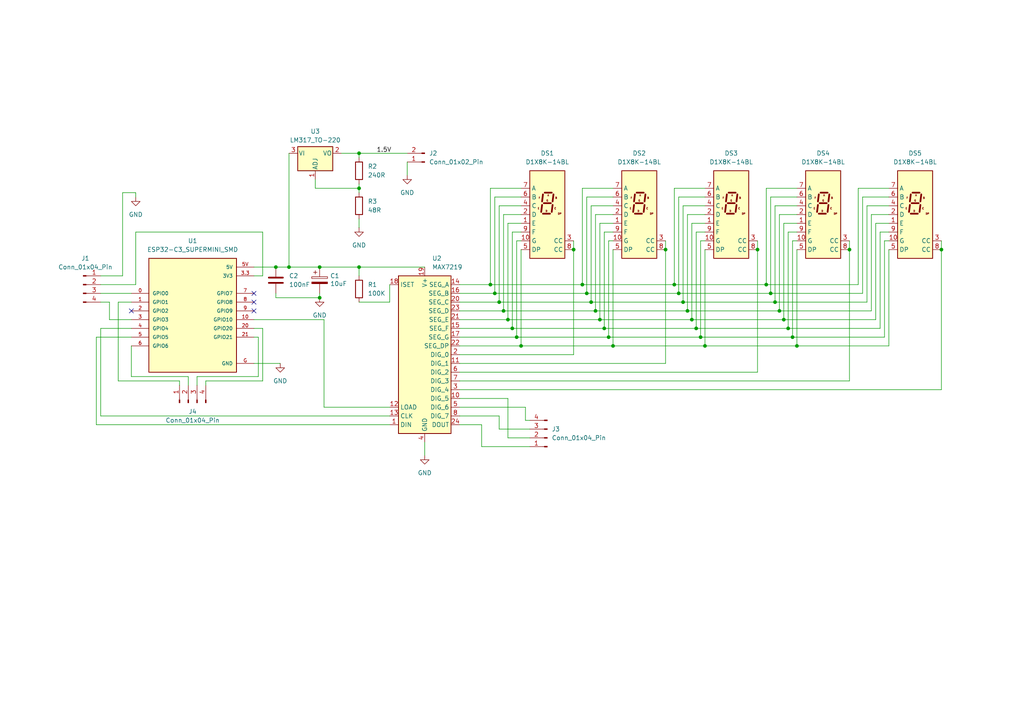
<source format=kicad_sch>
(kicad_sch (version 20250114) (generator "eeschema") (generator_version "9.0")
  (paper "A4")
  (lib_symbols
    (symbol "Connector:Conn_01x02_Pin" (pin_names (offset 1.016) (hide yes))
      (property "Reference" "J" (at 0 2.54 0))
      (property "Value" "Conn_01x02_Pin" (at 0 -5.08 0))
      (symbol "Conn_01x02_Pin_1_1"
        (rectangle (start 0.8636 0.127) (end 0 -0.127) (stroke (width 0.1524)) (fill (type outline)))
        (rectangle (start 0.8636 -2.413) (end 0 -2.667) (stroke (width 0.1524)) (fill (type outline)))
        (polyline (pts (xy 1.27 0) (xy 0.8636 0)) (stroke (width 0.1524)))
        (polyline (pts (xy 1.27 -2.54) (xy 0.8636 -2.54)) (stroke (width 0.1524)))
        (pin passive line (at 5.08 0 180) (length 3.81) (name "Pin_1") (number "1"))
        (pin passive line (at 5.08 -2.54 180) (length 3.81) (name "Pin_2") (number "2"))
      )
    )
    (symbol "Connector:Conn_01x04_Pin" (pin_names (offset 1.016) (hide yes))
      (property "Reference" "J" (at 0 5.08 0))
      (property "Value" "Conn_01x04_Pin" (at 0 -7.62 0))
      (symbol "Conn_01x04_Pin_1_1"
        (rectangle (start 0.8636 2.667) (end 0 2.413) (stroke (width 0.1524)) (fill (type outline)))
        (rectangle (start 0.8636 0.127) (end 0 -0.127) (stroke (width 0.1524)) (fill (type outline)))
        (rectangle (start 0.8636 -2.413) (end 0 -2.667) (stroke (width 0.1524)) (fill (type outline)))
        (rectangle (start 0.8636 -4.953) (end 0 -5.207) (stroke (width 0.1524)) (fill (type outline)))
        (polyline (pts (xy 1.27 2.54) (xy 0.8636 2.54)) (stroke (width 0.1524)))
        (polyline (pts (xy 1.27 0) (xy 0.8636 0)) (stroke (width 0.1524)))
        (polyline (pts (xy 1.27 -2.54) (xy 0.8636 -2.54)) (stroke (width 0.1524)))
        (polyline (pts (xy 1.27 -5.08) (xy 0.8636 -5.08)) (stroke (width 0.1524)))
        (pin passive line (at 5.08 2.54 180) (length 3.81) (name "Pin_1") (number "1"))
        (pin passive line (at 5.08 0 180) (length 3.81) (name "Pin_2") (number "2"))
        (pin passive line (at 5.08 -2.54 180) (length 3.81) (name "Pin_3") (number "3"))
        (pin passive line (at 5.08 -5.08 180) (length 3.81) (name "Pin_4") (number "4"))
      )
    )
    (symbol "Device:C" (pin_numbers (hide yes)) (pin_names (offset 0.254))
      (property "Reference" "C" (at 0.635 2.54 0))
      (property "Value" "C" (at 0.635 -2.54 0))
      (symbol "C_0_1"
        (polyline (pts (xy -2.032 0.762) (xy 2.032 0.762)) (stroke (width 0.508)))
        (polyline (pts (xy -2.032 -0.762) (xy 2.032 -0.762)) (stroke (width 0.508)))
      )
      (symbol "C_1_1"
        (pin passive line (at 0 3.81 270) (length 2.794) (name "~") (number "1"))
        (pin passive line (at 0 -3.81 90) (length 2.794) (name "~") (number "2"))
      )
    )
    (symbol "Device:C_Polarized" (pin_numbers (hide yes)) (pin_names (offset 0.254))
      (property "Reference" "C" (at 0.635 2.54 0))
      (property "Value" "C_Polarized" (at 0.635 -2.54 0))
      (symbol "C_Polarized_0_1"
        (rectangle (start -2.286 0.508) (end 2.286 1.016))
        (polyline (pts (xy -1.778 2.286) (xy -0.762 2.286)))
        (polyline (pts (xy -1.27 2.794) (xy -1.27 1.778)))
        (rectangle (start 2.286 -0.508) (end -2.286 -1.016) (fill (type outline)))
      )
      (symbol "C_Polarized_1_1"
        (pin passive line (at 0 3.81 270) (length 2.794) (name "~") (number "1"))
        (pin passive line (at 0 -3.81 90) (length 2.794) (name "~") (number "2"))
      )
    )
    (symbol "Device:R" (pin_numbers (hide yes)) (pin_names (offset 0))
      (property "Reference" "R" (at 2.032 0 90))
      (property "Value" "R" (at 0 0 90))
      (symbol "R_0_1"
        (rectangle (start -1.016 -2.54) (end 1.016 2.54) (stroke (width 0.254)))
      )
      (symbol "R_1_1"
        (pin passive line (at 0 3.81 270) (length 1.27) (name "~") (number "1"))
        (pin passive line (at 0 -3.81 90) (length 1.27) (name "~") (number "2"))
      )
    )
    (symbol "Display_Character:D1X8K-14BL"
      (property "Reference" "U" (at -2.54 13.97 0))
      (property "Value" "D1X8K-14BL" (at 1.27 13.97 0))
      (symbol "D1X8K-14BL_0_0"
        (text "E" (at -2.54 1.778 0) (effects (font (size 0.508 0.508))))
        (text "F" (at -2.286 4.826 0) (effects (font (size 0.508 0.508))))
        (text "D" (at -0.254 1.016 0) (effects (font (size 0.508 0.508))))
        (text "G" (at 0 4.064 0) (effects (font (size 0.508 0.508))))
        (text "A" (at 0.254 5.588 0) (effects (font (size 0.508 0.508))))
        (text "C" (at 2.286 1.778 0) (effects (font (size 0.508 0.508))))
        (text "B" (at 2.54 4.826 0) (effects (font (size 0.508 0.508))))
        (text "DP" (at 3.556 0.254 0) (effects (font (size 0.508 0.508))))
      )
      (symbol "D1X8K-14BL_0_1"
        (rectangle (start -5.08 12.7) (end 5.08 -12.7) (stroke (width 0.254)) (fill (type background)))
        (polyline (pts (xy -1.524 2.794) (xy -1.778 0.762)) (stroke (width 0.508)))
        (polyline (pts (xy -1.27 5.842) (xy -1.524 3.81)) (stroke (width 0.508)))
        (polyline (pts (xy -1.27 0.254) (xy 0.762 0.254)) (stroke (width 0.508)))
        (polyline (pts (xy -1.016 3.302) (xy 1.016 3.302)) (stroke (width 0.508)))
        (polyline (pts (xy -0.762 6.35) (xy 1.27 6.35)) (stroke (width 0.508)))
        (polyline (pts (xy 1.524 2.794) (xy 1.27 0.762)) (stroke (width 0.508)))
        (polyline (pts (xy 1.778 5.842) (xy 1.524 3.81)) (stroke (width 0.508)))
        (polyline (pts (xy 2.54 0.254) (xy 2.54 0.254)) (stroke (width 0.508)))
      )
      (symbol "D1X8K-14BL_1_1"
        (pin input line (at -7.62 7.62 0) (length 2.54) (name "A") (number "7"))
        (pin input line (at -7.62 5.08 0) (length 2.54) (name "B") (number "6"))
        (pin input line (at -7.62 2.54 0) (length 2.54) (name "C") (number "4"))
        (pin input line (at -7.62 0 0) (length 2.54) (name "D") (number "2"))
        (pin input line (at -7.62 -2.54 0) (length 2.54) (name "E") (number "1"))
        (pin input line (at -7.62 -5.08 0) (length 2.54) (name "F") (number "9"))
        (pin input line (at -7.62 -7.62 0) (length 2.54) (name "G") (number "10"))
        (pin input line (at -7.62 -10.16 0) (length 2.54) (name "DP") (number "5"))
        (pin input line (at 7.62 -7.62 180) (length 2.54) (name "CC") (number "3"))
        (pin input line (at 7.62 -10.16 180) (length 2.54) (name "CC") (number "8"))
      )
    )
    (symbol "Driver_LED:MAX7219"
      (property "Reference" "U" (at -6.35 24.13 0))
      (property "Value" "MAX7219" (at 1.27 25.4 0))
      (symbol "MAX7219_0_1"
        (rectangle (start -7.62 22.86) (end 7.62 -22.86) (stroke (width 0.254)) (fill (type background)))
      )
      (symbol "MAX7219_1_1"
        (pin input line (at -10.16 20.32 0) (length 2.54) (name "ISET") (number "18"))
        (pin input line (at -10.16 -15.24 0) (length 2.54) (name "LOAD") (number "12"))
        (pin input line (at -10.16 -17.78 0) (length 2.54) (name "CLK") (number "13"))
        (pin input line (at -10.16 -20.32 0) (length 2.54) (name "DIN") (number "1"))
        (pin power_in line (at 0 25.4 270) (length 2.54) (name "V+") (number "19"))
        (pin power_in line (at 0 -25.4 90) (length 2.54) (name "GND") (number "4"))
        (pin passive line (at 0 -25.4 90) (length 2.54) (hide yes) (name "GND") (number "9"))
        (pin output line (at 10.16 20.32 180) (length 2.54) (name "SEG_A") (number "14"))
        (pin output line (at 10.16 17.78 180) (length 2.54) (name "SEG_B") (number "16"))
        (pin output line (at 10.16 15.24 180) (length 2.54) (name "SEG_C") (number "20"))
        (pin output line (at 10.16 12.7 180) (length 2.54) (name "SEG_D") (number "23"))
        (pin output line (at 10.16 10.16 180) (length 2.54) (name "SEG_E") (number "21"))
        (pin output line (at 10.16 7.62 180) (length 2.54) (name "SEG_F") (number "15"))
        (pin output line (at 10.16 5.08 180) (length 2.54) (name "SEG_G") (number "17"))
        (pin output line (at 10.16 2.54 180) (length 2.54) (name "SEG_DP") (number "22"))
        (pin output line (at 10.16 0 180) (length 2.54) (name "DIG_0") (number "2"))
        (pin output line (at 10.16 -2.54 180) (length 2.54) (name "DIG_1") (number "11"))
        (pin output line (at 10.16 -5.08 180) (length 2.54) (name "DIG_2") (number "6"))
        (pin output line (at 10.16 -7.62 180) (length 2.54) (name "DIG_3") (number "7"))
        (pin output line (at 10.16 -10.16 180) (length 2.54) (name "DIG_4") (number "3"))
        (pin output line (at 10.16 -12.7 180) (length 2.54) (name "DIG_5") (number "10"))
        (pin output line (at 10.16 -15.24 180) (length 2.54) (name "DIG_6") (number "5"))
        (pin output line (at 10.16 -17.78 180) (length 2.54) (name "DIG_7") (number "8"))
        (pin output line (at 10.16 -20.32 180) (length 2.54) (name "DOUT") (number "24"))
      )
    )
    (symbol "ESP32-C3_SUPERMINI_SMD:ESP32-C3_SUPERMINI_SMD" (pin_names (offset 1.016))
      (property "Reference" "U" (at -12.7 16.002 0))
      (property "Value" "ESP32-C3_SUPERMINI_SMD" (at -12.7 -20.32 0))
      (symbol "ESP32-C3_SUPERMINI_SMD_0_0"
        (rectangle (start -12.7 -17.78) (end 12.7 15.24) (stroke (width 0.254)) (fill (type background)))
        (pin bidirectional line (at -17.78 5.08 0) (length 5.08) (name "GPIO0") (number "0"))
        (pin bidirectional line (at -17.78 2.54 0) (length 5.08) (name "GPIO1") (number "1"))
        (pin bidirectional line (at -17.78 0 0) (length 5.08) (name "GPIO2") (number "2"))
        (pin bidirectional line (at -17.78 -2.54 0) (length 5.08) (name "GPIO3") (number "3"))
        (pin bidirectional line (at -17.78 -5.08 0) (length 5.08) (name "GPIO4") (number "4"))
        (pin bidirectional line (at -17.78 -7.62 0) (length 5.08) (name "GPIO5") (number "5"))
        (pin bidirectional line (at -17.78 -10.16 0) (length 5.08) (name "GPIO6") (number "6"))
        (pin power_in line (at 17.78 12.7 180) (length 5.08) (name "5V") (number "5V"))
        (pin power_in line (at 17.78 10.16 180) (length 5.08) (name "3V3") (number "3.3"))
        (pin bidirectional line (at 17.78 5.08 180) (length 5.08) (name "GPIO7") (number "7"))
        (pin bidirectional line (at 17.78 2.54 180) (length 5.08) (name "GPIO8") (number "8"))
        (pin bidirectional line (at 17.78 0 180) (length 5.08) (name "GPIO9") (number "9"))
        (pin bidirectional line (at 17.78 -2.54 180) (length 5.08) (name "GPIO10") (number "10"))
        (pin bidirectional line (at 17.78 -5.08 180) (length 5.08) (name "GPIO20") (number "20"))
        (pin bidirectional line (at 17.78 -7.62 180) (length 5.08) (name "GPIO21") (number "21"))
        (pin power_in line (at 17.78 -15.24 180) (length 5.08) (name "GND") (number "G"))
      )
    )
    (symbol "Regulator_Linear:LM317_TO-220" (pin_names (offset 0.254))
      (property "Reference" "U" (at -3.81 3.175 0))
      (property "Value" "LM317_TO-220" (at 0 3.175 0))
      (symbol "LM317_TO-220_0_1"
        (rectangle (start -5.08 1.905) (end 5.08 -5.08) (stroke (width 0.254)) (fill (type background)))
      )
      (symbol "LM317_TO-220_1_1"
        (pin power_in line (at -7.62 0 0) (length 2.54) (name "VI") (number "3"))
        (pin input line (at 0 -7.62 90) (length 2.54) (name "ADJ") (number "1"))
        (pin power_out line (at 7.62 0 180) (length 2.54) (name "VO") (number "2"))
      )
    )
    (symbol "power:GND" (power) (pin_numbers (hide yes)) (pin_names (offset 0) (hide yes))
      (property "Value" "GND" (at 0 -3.81 0))
      (symbol "GND_0_1"
        (polyline (pts (xy 0 0) (xy 0 -1.27) (xy 1.27 -1.27) (xy 0 -2.54) (xy -1.27 -1.27) (xy 0 -1.27)))
      )
      (symbol "GND_1_1"
        (pin power_in line (at 0 0 270) (length 0) (name "~") (number "1"))
      )
    )
  )
  (junction (at 168.91 82.55))
  (junction (at 170.18 85.09))
  (junction (at 173.99 92.71))
  (junction (at 224.79 87.63))
  (junction (at 199.39 90.17))
  (junction (at 146.05 90.17))
  (junction (at 198.12 87.63))
  (junction (at 166.37 72.39))
  (junction (at 204.47 100.33))
  (junction (at 226.06 90.17))
  (junction (at 92.71 86.36))
  (junction (at 227.33 92.71))
  (junction (at 193.04 72.39))
  (junction (at 219.71 72.39))
  (junction (at 144.78 87.63))
  (junction (at 171.45 87.63))
  (junction (at 175.26 95.25))
  (junction (at 177.8 100.33))
  (junction (at 273.05 72.39))
  (junction (at 231.14 100.33))
  (junction (at 80.01 77.47))
  (junction (at 149.86 97.79))
  (junction (at 151.13 100.33))
  (junction (at 176.53 97.79))
  (junction (at 104.14 44.45))
  (junction (at 200.66 92.71))
  (junction (at 196.85 85.09))
  (junction (at 142.24 82.55))
  (junction (at 104.14 54.61))
  (junction (at 246.38 72.39))
  (junction (at 104.14 77.47))
  (junction (at 223.52 85.09))
  (junction (at 143.51 85.09))
  (junction (at 222.25 82.55))
  (junction (at 229.87 97.79))
  (junction (at 201.93 95.25))
  (junction (at 92.71 77.47))
  (junction (at 195.58 82.55))
  (junction (at 83.82 77.47))
  (junction (at 172.72 90.17))
  (junction (at 148.59 95.25))
  (junction (at 228.6 95.25))
  (junction (at 147.32 92.71))
  (junction (at 203.2 97.79))
  (no_connect (at 38.1 90.17))
  (no_connect (at 73.66 85.09))
  (no_connect (at 73.66 90.17))
  (no_connect (at 73.66 87.63))
  (wire (pts (xy 73.66 97.79) (xy 74.93 97.79)))
  (wire (pts (xy 204.47 54.61) (xy 195.58 54.61)))
  (wire (pts (xy 172.72 90.17) (xy 199.39 90.17)))
  (wire (pts (xy 231.14 100.33) (xy 257.81 100.33)))
  (wire (pts (xy 99.06 44.45) (xy 104.14 44.45)))
  (wire (pts (xy 203.2 69.85) (xy 203.2 97.79)))
  (wire (pts (xy 133.35 92.71) (xy 147.32 92.71)))
  (wire (pts (xy 201.93 67.31) (xy 204.47 67.31)))
  (wire (pts (xy 139.7 123.19) (xy 139.7 129.54)))
  (wire (pts (xy 196.85 57.15) (xy 204.47 57.15)))
  (wire (pts (xy 224.79 87.63) (xy 251.46 87.63)))
  (wire (pts (xy 223.52 85.09) (xy 250.19 85.09)))
  (wire (pts (xy 38.1 109.22) (xy 54.61 109.22)))
  (wire (pts (xy 147.32 127) (xy 147.32 115.57)))
  (wire (pts (xy 196.85 85.09) (xy 223.52 85.09)))
  (wire (pts (xy 170.18 85.09) (xy 170.18 57.15)))
  (wire (pts (xy 175.26 67.31) (xy 177.8 67.31)))
  (wire (pts (xy 133.35 107.95) (xy 219.71 107.95)))
  (wire (pts (xy 228.6 95.25) (xy 255.27 95.25)))
  (wire (pts (xy 199.39 90.17) (xy 199.39 62.23)))
  (wire (pts (xy 199.39 62.23) (xy 204.47 62.23)))
  (wire (pts (xy 231.14 54.61) (xy 222.25 54.61)))
  (wire (pts (xy 166.37 69.85) (xy 166.37 72.39)))
  (wire (pts (xy 246.38 110.49) (xy 246.38 72.39)))
  (wire (pts (xy 173.99 92.71) (xy 200.66 92.71)))
  (wire (pts (xy 104.14 77.47) (xy 123.19 77.47)))
  (wire (pts (xy 256.54 69.85) (xy 256.54 97.79)))
  (wire (pts (xy 229.87 69.85) (xy 231.14 69.85)))
  (wire (pts (xy 133.35 102.87) (xy 166.37 102.87)))
  (wire (pts (xy 193.04 72.39) (xy 193.04 105.41)))
  (wire (pts (xy 252.73 62.23) (xy 257.81 62.23)))
  (wire (pts (xy 223.52 57.15) (xy 231.14 57.15)))
  (wire (pts (xy 57.15 109.22) (xy 57.15 111.76)))
  (wire (pts (xy 168.91 54.61) (xy 168.91 82.55)))
  (wire (pts (xy 252.73 90.17) (xy 252.73 62.23)))
  (wire (pts (xy 104.14 77.47) (xy 104.14 80.01)))
  (wire (pts (xy 251.46 87.63) (xy 251.46 59.69)))
  (wire (pts (xy 93.98 118.11) (xy 113.03 118.11)))
  (wire (pts (xy 250.19 57.15) (xy 257.81 57.15)))
  (wire (pts (xy 146.05 62.23) (xy 151.13 62.23)))
  (wire (pts (xy 133.35 110.49) (xy 246.38 110.49)))
  (wire (pts (xy 257.81 72.39) (xy 257.81 100.33)))
  (wire (pts (xy 27.94 123.19) (xy 27.94 97.79)))
  (wire (pts (xy 248.92 82.55) (xy 222.25 82.55)))
  (wire (pts (xy 142.24 82.55) (xy 133.35 82.55)))
  (wire (pts (xy 146.05 90.17) (xy 146.05 62.23)))
  (wire (pts (xy 148.59 95.25) (xy 175.26 95.25)))
  (wire (pts (xy 29.21 80.01) (xy 35.56 80.01)))
  (wire (pts (xy 173.99 92.71) (xy 173.99 64.77)))
  (wire (pts (xy 201.93 95.25) (xy 228.6 95.25)))
  (wire (pts (xy 203.2 69.85) (xy 204.47 69.85)))
  (wire (pts (xy 74.93 109.22) (xy 57.15 109.22)))
  (wire (pts (xy 177.8 72.39) (xy 177.8 100.33)))
  (wire (pts (xy 92.71 85.09) (xy 92.71 86.36)))
  (wire (pts (xy 151.13 54.61) (xy 142.24 54.61)))
  (wire (pts (xy 231.14 72.39) (xy 231.14 100.33)))
  (wire (pts (xy 251.46 59.69) (xy 257.81 59.69)))
  (wire (pts (xy 29.21 82.55) (xy 39.37 82.55)))
  (wire (pts (xy 171.45 87.63) (xy 198.12 87.63)))
  (wire (pts (xy 255.27 67.31) (xy 257.81 67.31)))
  (wire (pts (xy 196.85 85.09) (xy 196.85 57.15)))
  (wire (pts (xy 35.56 55.88) (xy 39.37 55.88)))
  (wire (pts (xy 175.26 95.25) (xy 201.93 95.25)))
  (wire (pts (xy 27.94 97.79) (xy 38.1 97.79)))
  (wire (pts (xy 219.71 69.85) (xy 219.71 72.39)))
  (wire (pts (xy 257.81 54.61) (xy 248.92 54.61)))
  (wire (pts (xy 152.4 118.11) (xy 152.4 121.92)))
  (wire (pts (xy 153.67 124.46) (xy 144.78 124.46)))
  (wire (pts (xy 39.37 67.31) (xy 39.37 82.55)))
  (wire (pts (xy 104.14 45.72) (xy 104.14 44.45)))
  (wire (pts (xy 224.79 59.69) (xy 231.14 59.69)))
  (wire (pts (xy 113.03 87.63) (xy 113.03 82.55)))
  (wire (pts (xy 38.1 100.33) (xy 38.1 109.22)))
  (wire (pts (xy 151.13 100.33) (xy 177.8 100.33)))
  (wire (pts (xy 172.72 62.23) (xy 177.8 62.23)))
  (wire (pts (xy 139.7 129.54) (xy 153.67 129.54)))
  (wire (pts (xy 254 64.77) (xy 257.81 64.77)))
  (wire (pts (xy 148.59 95.25) (xy 148.59 67.31)))
  (wire (pts (xy 133.35 90.17) (xy 146.05 90.17)))
  (wire (pts (xy 31.75 92.71) (xy 31.75 87.63)))
  (wire (pts (xy 226.06 62.23) (xy 231.14 62.23)))
  (wire (pts (xy 175.26 95.25) (xy 175.26 67.31)))
  (wire (pts (xy 73.66 77.47) (xy 80.01 77.47)))
  (wire (pts (xy 104.14 53.34) (xy 104.14 54.61)))
  (wire (pts (xy 168.91 82.55) (xy 142.24 82.55)))
  (wire (pts (xy 133.35 118.11) (xy 152.4 118.11)))
  (wire (pts (xy 143.51 85.09) (xy 143.51 57.15)))
  (wire (pts (xy 76.2 80.01) (xy 76.2 67.31)))
  (wire (pts (xy 151.13 72.39) (xy 151.13 100.33)))
  (wire (pts (xy 229.87 69.85) (xy 229.87 97.79)))
  (wire (pts (xy 248.92 54.61) (xy 248.92 82.55)))
  (wire (pts (xy 133.35 100.33) (xy 151.13 100.33)))
  (wire (pts (xy 256.54 69.85) (xy 257.81 69.85)))
  (wire (pts (xy 73.66 80.01) (xy 76.2 80.01)))
  (wire (pts (xy 166.37 72.39) (xy 166.37 102.87)))
  (wire (pts (xy 93.98 92.71) (xy 93.98 118.11)))
  (wire (pts (xy 228.6 95.25) (xy 228.6 67.31)))
  (wire (pts (xy 149.86 97.79) (xy 176.53 97.79)))
  (wire (pts (xy 222.25 82.55) (xy 195.58 82.55)))
  (wire (pts (xy 144.78 59.69) (xy 151.13 59.69)))
  (wire (pts (xy 204.47 100.33) (xy 231.14 100.33)))
  (wire (pts (xy 80.01 85.09) (xy 80.01 86.36)))
  (wire (pts (xy 203.2 97.79) (xy 229.87 97.79)))
  (wire (pts (xy 250.19 85.09) (xy 250.19 57.15)))
  (wire (pts (xy 73.66 95.25) (xy 76.2 95.25)))
  (wire (pts (xy 74.93 97.79) (xy 74.93 109.22)))
  (wire (pts (xy 133.35 123.19) (xy 139.7 123.19)))
  (wire (pts (xy 153.67 127) (xy 147.32 127)))
  (wire (pts (xy 27.94 123.19) (xy 113.03 123.19)))
  (wire (pts (xy 177.8 54.61) (xy 168.91 54.61)))
  (wire (pts (xy 34.29 110.49) (xy 52.07 110.49)))
  (wire (pts (xy 133.35 85.09) (xy 143.51 85.09)))
  (wire (pts (xy 35.56 80.01) (xy 35.56 55.88)))
  (wire (pts (xy 201.93 95.25) (xy 201.93 67.31)))
  (wire (pts (xy 91.44 54.61) (xy 104.14 54.61)))
  (wire (pts (xy 273.05 69.85) (xy 273.05 72.39)))
  (wire (pts (xy 133.35 105.41) (xy 193.04 105.41)))
  (wire (pts (xy 144.78 87.63) (xy 171.45 87.63)))
  (wire (pts (xy 195.58 82.55) (xy 168.91 82.55)))
  (wire (pts (xy 38.1 92.71) (xy 31.75 92.71)))
  (wire (pts (xy 200.66 64.77) (xy 204.47 64.77)))
  (wire (pts (xy 149.86 69.85) (xy 151.13 69.85)))
  (wire (pts (xy 80.01 77.47) (xy 83.82 77.47)))
  (wire (pts (xy 227.33 92.71) (xy 227.33 64.77)))
  (wire (pts (xy 39.37 55.88) (xy 39.37 57.15)))
  (wire (pts (xy 144.78 124.46) (xy 144.78 120.65)))
  (wire (pts (xy 229.87 97.79) (xy 256.54 97.79)))
  (wire (pts (xy 193.04 69.85) (xy 193.04 72.39)))
  (wire (pts (xy 147.32 92.71) (xy 147.32 64.77)))
  (wire (pts (xy 152.4 121.92) (xy 153.67 121.92)))
  (wire (pts (xy 29.21 120.65) (xy 29.21 95.25)))
  (wire (pts (xy 227.33 92.71) (xy 254 92.71)))
  (wire (pts (xy 38.1 87.63) (xy 34.29 87.63)))
  (wire (pts (xy 104.14 63.5) (xy 104.14 66.04)))
  (wire (pts (xy 133.35 113.03) (xy 273.05 113.03)))
  (wire (pts (xy 176.53 97.79) (xy 203.2 97.79)))
  (wire (pts (xy 143.51 85.09) (xy 170.18 85.09)))
  (wire (pts (xy 149.86 69.85) (xy 149.86 97.79)))
  (wire (pts (xy 133.35 115.57) (xy 147.32 115.57)))
  (wire (pts (xy 226.06 90.17) (xy 226.06 62.23)))
  (wire (pts (xy 123.19 128.27) (xy 123.19 132.08)))
  (wire (pts (xy 83.82 44.45) (xy 83.82 77.47)))
  (wire (pts (xy 195.58 54.61) (xy 195.58 82.55)))
  (wire (pts (xy 171.45 87.63) (xy 171.45 59.69)))
  (wire (pts (xy 200.66 92.71) (xy 227.33 92.71)))
  (wire (pts (xy 227.33 64.77) (xy 231.14 64.77)))
  (wire (pts (xy 104.14 54.61) (xy 104.14 55.88)))
  (wire (pts (xy 198.12 87.63) (xy 224.79 87.63)))
  (wire (pts (xy 76.2 110.49) (xy 59.69 110.49)))
  (wire (pts (xy 198.12 59.69) (xy 204.47 59.69)))
  (wire (pts (xy 255.27 95.25) (xy 255.27 67.31)))
  (wire (pts (xy 219.71 72.39) (xy 219.71 107.95)))
  (wire (pts (xy 198.12 87.63) (xy 198.12 59.69)))
  (wire (pts (xy 83.82 77.47) (xy 92.71 77.47)))
  (wire (pts (xy 148.59 67.31) (xy 151.13 67.31)))
  (wire (pts (xy 177.8 100.33) (xy 204.47 100.33)))
  (wire (pts (xy 133.35 87.63) (xy 144.78 87.63)))
  (wire (pts (xy 34.29 87.63) (xy 34.29 110.49)))
  (wire (pts (xy 133.35 97.79) (xy 149.86 97.79)))
  (wire (pts (xy 170.18 57.15) (xy 177.8 57.15)))
  (wire (pts (xy 92.71 77.47) (xy 104.14 77.47)))
  (wire (pts (xy 76.2 95.25) (xy 76.2 110.49)))
  (wire (pts (xy 54.61 109.22) (xy 54.61 111.76)))
  (wire (pts (xy 147.32 92.71) (xy 173.99 92.71)))
  (wire (pts (xy 133.35 120.65) (xy 144.78 120.65)))
  (wire (pts (xy 91.44 54.61) (xy 91.44 52.07)))
  (wire (pts (xy 104.14 44.45) (xy 118.11 44.45)))
  (wire (pts (xy 200.66 92.71) (xy 200.66 64.77)))
  (wire (pts (xy 144.78 87.63) (xy 144.78 59.69)))
  (wire (pts (xy 222.25 54.61) (xy 222.25 82.55)))
  (wire (pts (xy 223.52 85.09) (xy 223.52 57.15)))
  (wire (pts (xy 224.79 87.63) (xy 224.79 59.69)))
  (wire (pts (xy 29.21 95.25) (xy 38.1 95.25)))
  (wire (pts (xy 52.07 110.49) (xy 52.07 111.76)))
  (wire (pts (xy 226.06 90.17) (xy 252.73 90.17)))
  (wire (pts (xy 73.66 92.71) (xy 93.98 92.71)))
  (wire (pts (xy 133.35 95.25) (xy 148.59 95.25)))
  (wire (pts (xy 254 92.71) (xy 254 64.77)))
  (wire (pts (xy 204.47 72.39) (xy 204.47 100.33)))
  (wire (pts (xy 147.32 64.77) (xy 151.13 64.77)))
  (wire (pts (xy 170.18 85.09) (xy 196.85 85.09)))
  (wire (pts (xy 246.38 69.85) (xy 246.38 72.39)))
  (wire (pts (xy 171.45 59.69) (xy 177.8 59.69)))
  (wire (pts (xy 173.99 64.77) (xy 177.8 64.77)))
  (wire (pts (xy 39.37 67.31) (xy 76.2 67.31)))
  (wire (pts (xy 80.01 86.36) (xy 92.71 86.36)))
  (wire (pts (xy 172.72 90.17) (xy 172.72 62.23)))
  (wire (pts (xy 176.53 69.85) (xy 176.53 97.79)))
  (wire (pts (xy 146.05 90.17) (xy 172.72 90.17)))
  (wire (pts (xy 142.24 54.61) (xy 142.24 82.55)))
  (wire (pts (xy 73.66 105.41) (xy 81.28 105.41)))
  (wire (pts (xy 31.75 87.63) (xy 29.21 87.63)))
  (wire (pts (xy 118.11 46.99) (xy 118.11 50.8)))
  (wire (pts (xy 273.05 113.03) (xy 273.05 72.39)))
  (wire (pts (xy 143.51 57.15) (xy 151.13 57.15)))
  (wire (pts (xy 29.21 85.09) (xy 38.1 85.09)))
  (wire (pts (xy 59.69 110.49) (xy 59.69 111.76)))
  (wire (pts (xy 176.53 69.85) (xy 177.8 69.85)))
  (wire (pts (xy 29.21 120.65) (xy 113.03 120.65)))
  (wire (pts (xy 199.39 90.17) (xy 226.06 90.17)))
  (wire (pts (xy 104.14 87.63) (xy 113.03 87.63)))
  (wire (pts (xy 228.6 67.31) (xy 231.14 67.31)))
  (label "1.5V" (at 109.22 44.45 0))
  (symbol (lib_id "power:GND") (at 81.28 105.41 0) (unit 1)
    (property "Reference" "#PWR01" (effects (hide yes)))
    (property "Value" "GND" (at 81.28 110.49 0))
    (property "Description" "Power symbol creates a global label with name \"GND\" , ground" (effects (hide yes)))
  )
  (symbol (lib_id "Connector:Conn_01x04_Pin") (at 158.75 127 180) (unit 1)
    (property "Reference" "J3" (at 160.02 124.4599 0) (effects (justify right)))
    (property "Value" "Conn_01x04_Pin" (at 160.02 126.9999 0) (effects (justify right)))
    (property "Footprint" "Connector_PinHeader_2.54mm:PinHeader_1x04_P2.54mm_Vertical" (effects (hide yes)))
    (property "Description" "Generic connector, single row, 01x04, script generated" (effects (hide yes)))
  )
  (symbol (lib_id "Display_Character:D1X8K-14BL") (at 265.43 62.23 0) (unit 1)
    (property "Reference" "DS5" (at 265.43 44.45 0))
    (property "Value" "D1X8K-14BL" (at 265.43 46.99 0))
    (property "Footprint" "hannes_library:1106AW_1inch_7_segment" (effects (hide yes)))
    (property "Datasheet" "https://ia800903.us.archive.org/24/items/CTKD1x8K/Cromatek%20D168K.pdf" (effects (hide yes)))
    (property "Description" "One digit 7 segment ultra bright blue LED, low current, common cathode" (effects (hide yes)))
  )
  (symbol (lib_id "power:GND") (at 104.14 66.04 0) (unit 1)
    (property "Reference" "#PWR03" (effects (hide yes)))
    (property "Value" "GND" (at 104.14 71.12 0))
    (property "Description" "Power symbol creates a global label with name \"GND\" , ground" (effects (hide yes)))
  )
  (symbol (lib_id "Driver_LED:MAX7219") (at 123.19 102.87 0) (unit 1)
    (property "Reference" "U2" (at 125.3333 74.93 0) (effects (justify left)))
    (property "Value" "MAX7219" (at 125.3333 77.47 0) (effects (justify left)))
    (property "Footprint" "Package_DIP:DIP-24_W7.62mm" (effects (hide yes)))
    (property "Datasheet" "https://datasheets.maximintegrated.com/en/ds/MAX7219-MAX7221.pdf" (effects (hide yes)))
    (property "Description" "8-Digit LED Display Driver" (effects (hide yes)))
  )
  (symbol (lib_id "Connector:Conn_01x02_Pin") (at 123.19 46.99 180) (unit 1)
    (property "Reference" "J2" (at 124.46 44.4499 0) (effects (justify right)))
    (property "Value" "Conn_01x02_Pin" (at 124.46 46.9899 0) (effects (justify right)))
    (property "Footprint" "Connector_PinHeader_2.54mm:PinHeader_1x02_P2.54mm_Vertical" (effects (hide yes)))
    (property "Description" "Generic connector, single row, 01x02, script generated" (effects (hide yes)))
  )
  (symbol (lib_id "Device:R") (at 104.14 83.82 0) (unit 1)
    (property "Reference" "R1" (at 106.68 82.5499 0) (effects (justify left)))
    (property "Value" "100K" (at 106.68 85.0899 0) (effects (justify left)))
    (property "Footprint" "Resistor_THT:R_Axial_DIN0207_L6.3mm_D2.5mm_P10.16mm_Horizontal" (effects (hide yes)))
    (property "Description" "Resistor" (effects (hide yes)))
  )
  (symbol (lib_id "Device:C_Polarized") (at 92.71 81.28 0) (unit 1)
    (property "Reference" "C1" (at 95.758 80.01 0) (effects (justify left)))
    (property "Value" "10uF" (at 95.758 82.296 0) (effects (justify left)))
    (property "Footprint" "Capacitor_THT:CP_Radial_D5.0mm_P2.50mm" (effects (hide yes)))
    (property "Description" "Polarized capacitor" (effects (hide yes)))
  )
  (symbol (lib_id "Device:C") (at 80.01 81.28 0) (unit 1)
    (property "Reference" "C2" (at 83.82 80.0099 0) (effects (justify left)))
    (property "Value" "100nF" (at 83.82 82.5499 0) (effects (justify left)))
    (property "Footprint" "Capacitor_THT:C_Disc_D3.0mm_W1.6mm_P2.50mm" (effects (hide yes)))
    (property "Description" "Unpolarized capacitor" (effects (hide yes)))
  )
  (symbol (lib_id "power:GND") (at 123.19 132.08 0) (unit 1)
    (property "Reference" "#PWR02" (effects (hide yes)))
    (property "Value" "GND" (at 123.19 137.16 0))
    (property "Description" "Power symbol creates a global label with name \"GND\" , ground" (effects (hide yes)))
  )
  (symbol (lib_id "Connector:Conn_01x04_Pin") (at 24.13 82.55 0) (unit 1)
    (property "Reference" "J1" (at 24.765 74.93 0))
    (property "Value" "Conn_01x04_Pin" (at 24.765 77.47 0))
    (property "Footprint" "Connector_PinHeader_2.54mm:PinHeader_1x04_P2.54mm_Vertical" (effects (hide yes)))
    (property "Description" "Generic connector, single row, 01x04, script generated" (effects (hide yes)))
  )
  (symbol (lib_id "Display_Character:D1X8K-14BL") (at 212.09 62.23 0) (unit 1)
    (property "Reference" "DS3" (at 212.09 44.45 0))
    (property "Value" "D1X8K-14BL" (at 212.09 46.99 0))
    (property "Footprint" "hannes_library:1106AW_1inch_7_segment" (effects (hide yes)))
    (property "Datasheet" "https://ia800903.us.archive.org/24/items/CTKD1x8K/Cromatek%20D168K.pdf" (effects (hide yes)))
    (property "Description" "One digit 7 segment ultra bright blue LED, low current, common cathode" (effects (hide yes)))
  )
  (symbol (lib_id "Regulator_Linear:LM317_TO-220") (at 91.44 44.45 0) (unit 1)
    (property "Reference" "U3" (at 91.44 38.1 0))
    (property "Value" "LM317_TO-220" (at 91.44 40.64 0))
    (property "Footprint" "Package_TO_SOT_THT:TO-220-3_Vertical" (effects (hide yes)))
    (property "Datasheet" "http://www.ti.com/lit/ds/symlink/lm317.pdf" (effects (hide yes)))
    (property "Description" "1.5A 35V Adjustable Linear Regulator, TO-220" (effects (hide yes)))
  )
  (symbol (lib_id "power:GND") (at 92.71 86.36 0) (unit 1)
    (property "Reference" "#PWR05" (effects (hide yes)))
    (property "Value" "GND" (at 92.71 91.44 0))
    (property "Description" "Power symbol creates a global label with name \"GND\" , ground" (effects (hide yes)))
  )
  (symbol (lib_id "Display_Character:D1X8K-14BL") (at 158.75 62.23 0) (unit 1)
    (property "Reference" "DS1" (at 158.75 44.45 0))
    (property "Value" "D1X8K-14BL" (at 158.75 46.99 0))
    (property "Footprint" "hannes_library:1106AW_1inch_7_segment" (effects (hide yes)))
    (property "Datasheet" "https://ia800903.us.archive.org/24/items/CTKD1x8K/Cromatek%20D168K.pdf" (effects (hide yes)))
    (property "Description" "One digit 7 segment ultra bright blue LED, low current, common cathode" (effects (hide yes)))
  )
  (symbol (lib_id "power:GND") (at 39.37 57.15 0) (unit 1)
    (property "Reference" "#PWR04" (effects (hide yes)))
    (property "Value" "GND" (at 39.37 62.23 0))
    (property "Description" "Power symbol creates a global label with name \"GND\" , ground" (effects (hide yes)))
  )
  (symbol (lib_id "ESP32-C3_SUPERMINI_SMD:ESP32-C3_SUPERMINI_SMD") (at 55.88 90.17 0) (unit 1)
    (property "Reference" "U1" (at 55.88 69.85 0))
    (property "Value" "ESP32-C3_SUPERMINI_SMD" (at 55.88 72.39 0))
    (property "Footprint" "foots:MODULE_ESP32-C3_SUPERMINI" (effects (hide yes)))
    (property "MF" "Espressif Systems" (effects (hide yes)))
    (property "MAXIMUM_PACKAGE_HEIGHT" "4.2mm" (effects (hide yes)))
    (property "Package" "None" (effects (hide yes)))
    (property "Price" "None" (effects (hide yes)))
    (property "Check_prices" "https://www.snapeda.com/parts/ESP32-C3%20SuperMini_SMD/Espressif+Systems/view-part/?ref=eda" (effects (hide yes)))
    (property "STANDARD" "Manufacturer Recommendations" (effects (hide yes)))
    (property "SnapEDA_Link" "https://www.snapeda.com/parts/ESP32-C3%20SuperMini_SMD/Espressif+Systems/view-part/?ref=snap" (effects (hide yes)))
    (property "MP" "ESP32-C3 SuperMini_SMD" (effects (hide yes)))
    (property "Description_1" "Super tiny ESP32-C3 board" (effects (hide yes)))
    (property "Availability" "Not in stock" (effects (hide yes)))
    (property "MANUFACTURER" "Espressif" (effects (hide yes)))
  )
  (symbol (lib_id "Display_Character:D1X8K-14BL") (at 238.76 62.23 0) (unit 1)
    (property "Reference" "DS4" (at 238.76 44.45 0))
    (property "Value" "D1X8K-14BL" (at 238.76 46.99 0))
    (property "Footprint" "hannes_library:1106AW_1inch_7_segment" (effects (hide yes)))
    (property "Datasheet" "https://ia800903.us.archive.org/24/items/CTKD1x8K/Cromatek%20D168K.pdf" (effects (hide yes)))
    (property "Description" "One digit 7 segment ultra bright blue LED, low current, common cathode" (effects (hide yes)))
  )
  (symbol (lib_id "Device:R") (at 104.14 49.53 0) (unit 1)
    (property "Reference" "R2" (at 106.68 48.2599 0) (effects (justify left)))
    (property "Value" "240R" (at 106.68 50.7999 0) (effects (justify left)))
    (property "Footprint" "Resistor_THT:R_Axial_DIN0207_L6.3mm_D2.5mm_P10.16mm_Horizontal" (effects (hide yes)))
    (property "Description" "Resistor" (effects (hide yes)))
  )
  (symbol (lib_id "power:GND") (at 118.11 50.8 0) (unit 1)
    (property "Reference" "#PWR06" (effects (hide yes)))
    (property "Value" "GND" (at 118.11 55.88 0))
    (property "Description" "Power symbol creates a global label with name \"GND\" , ground" (effects (hide yes)))
  )
  (symbol (lib_id "Display_Character:D1X8K-14BL") (at 185.42 62.23 0) (unit 1)
    (property "Reference" "DS2" (at 185.42 44.45 0))
    (property "Value" "D1X8K-14BL" (at 185.42 46.99 0))
    (property "Footprint" "hannes_library:1106AW_1inch_7_segment" (effects (hide yes)))
    (property "Datasheet" "https://ia800903.us.archive.org/24/items/CTKD1x8K/Cromatek%20D168K.pdf" (effects (hide yes)))
    (property "Description" "One digit 7 segment ultra bright blue LED, low current, common cathode" (effects (hide yes)))
  )
  (symbol (lib_id "Connector:Conn_01x04_Pin") (at 54.61 116.84 90) (unit 1)
    (property "Reference" "J4" (at 55.88 119.38 90))
    (property "Value" "Conn_01x04_Pin" (at 55.88 121.92 90))
    (property "Footprint" "Connector_PinHeader_2.54mm:PinHeader_1x04_P2.54mm_Vertical" (effects (hide yes)))
    (property "Description" "Generic connector, single row, 01x04, script generated" (effects (hide yes)))
  )
  (symbol (lib_id "Device:R") (at 104.14 59.69 0) (unit 1)
    (property "Reference" "R3" (at 106.68 58.4199 0) (effects (justify left)))
    (property "Value" "48R" (at 106.68 60.9599 0) (effects (justify left)))
    (property "Footprint" "Resistor_THT:R_Axial_DIN0207_L6.3mm_D2.5mm_P10.16mm_Horizontal" (effects (hide yes)))
    (property "Description" "Resistor" (effects (hide yes)))
  )
)
</source>
